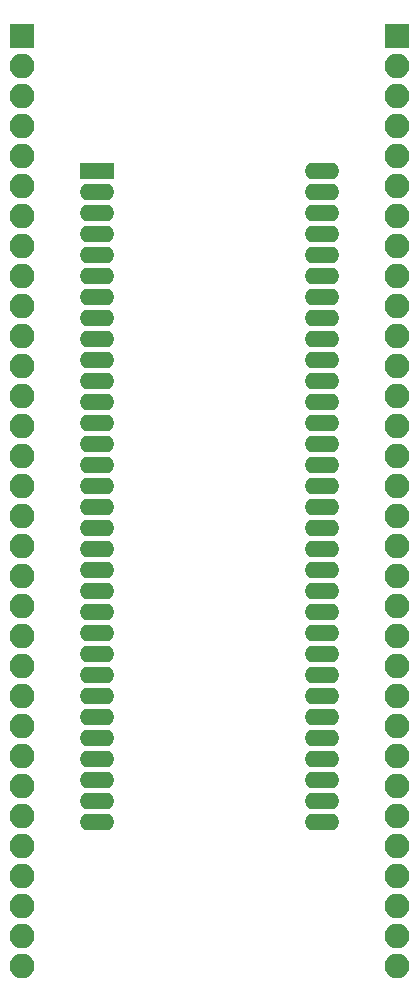
<source format=gts>
G04 #@! TF.GenerationSoftware,KiCad,Pcbnew,(6.0.9)*
G04 #@! TF.CreationDate,2022-12-02T20:28:39-05:00*
G04 #@! TF.ProjectId,DIP 68 1.778mm adaptor,44495020-3638-4203-912e-3737386d6d20,rev?*
G04 #@! TF.SameCoordinates,Original*
G04 #@! TF.FileFunction,Soldermask,Top*
G04 #@! TF.FilePolarity,Negative*
%FSLAX46Y46*%
G04 Gerber Fmt 4.6, Leading zero omitted, Abs format (unit mm)*
G04 Created by KiCad (PCBNEW (6.0.9)) date 2022-12-02 20:28:39*
%MOMM*%
%LPD*%
G01*
G04 APERTURE LIST*
G04 Aperture macros list*
%AMRoundRect*
0 Rectangle with rounded corners*
0 $1 Rounding radius*
0 $2 $3 $4 $5 $6 $7 $8 $9 X,Y pos of 4 corners*
0 Add a 4 corners polygon primitive as box body*
4,1,4,$2,$3,$4,$5,$6,$7,$8,$9,$2,$3,0*
0 Add four circle primitives for the rounded corners*
1,1,$1+$1,$2,$3*
1,1,$1+$1,$4,$5*
1,1,$1+$1,$6,$7*
1,1,$1+$1,$8,$9*
0 Add four rect primitives between the rounded corners*
20,1,$1+$1,$2,$3,$4,$5,0*
20,1,$1+$1,$4,$5,$6,$7,0*
20,1,$1+$1,$6,$7,$8,$9,0*
20,1,$1+$1,$8,$9,$2,$3,0*%
G04 Aperture macros list end*
%ADD10RoundRect,0.200000X-1.270000X-0.508000X1.270000X-0.508000X1.270000X0.508000X-1.270000X0.508000X0*%
%ADD11O,2.940000X1.416000*%
%ADD12RoundRect,0.200000X-0.850000X-0.850000X0.850000X-0.850000X0.850000X0.850000X-0.850000X0.850000X0*%
%ADD13O,2.100000X2.100000*%
G04 APERTURE END LIST*
D10*
X118110000Y-57150000D03*
D11*
X118110000Y-58928000D03*
X118110000Y-60706000D03*
X118110000Y-62484000D03*
X118110000Y-64262000D03*
X118110000Y-66040000D03*
X118110000Y-67818000D03*
X118110000Y-69596000D03*
X118110000Y-71374000D03*
X118110000Y-73152000D03*
X118110000Y-74930000D03*
X118110000Y-76708000D03*
X118110000Y-78486000D03*
X118110000Y-80264000D03*
X118110000Y-82042000D03*
X118110000Y-83820000D03*
X118110000Y-85598000D03*
X118110000Y-87376000D03*
X118110000Y-89154000D03*
X118110000Y-90932000D03*
X118110000Y-92710000D03*
X118110000Y-94488000D03*
X118110000Y-96266000D03*
X118110000Y-98044000D03*
X118110000Y-99822000D03*
X118110000Y-101600000D03*
X118110000Y-103378000D03*
X118110000Y-105156000D03*
X118110000Y-106934000D03*
X118110000Y-108712000D03*
X118110000Y-110490000D03*
X118110000Y-112268000D03*
X137160000Y-112268000D03*
X137160000Y-110490000D03*
X137160000Y-108712000D03*
X137160000Y-106934000D03*
X137160000Y-105156000D03*
X137160000Y-103378000D03*
X137160000Y-101600000D03*
X137160000Y-99822000D03*
X137160000Y-98044000D03*
X137160000Y-96266000D03*
X137160000Y-94488000D03*
X137160000Y-92710000D03*
X137160000Y-90932000D03*
X137160000Y-89154000D03*
X137160000Y-87376000D03*
X137160000Y-85598000D03*
X137160000Y-83820000D03*
X137160000Y-82042000D03*
X137160000Y-80264000D03*
X137160000Y-78486000D03*
X137160000Y-76708000D03*
X137160000Y-74930000D03*
X137160000Y-73152000D03*
X137160000Y-71374000D03*
X137160000Y-69596000D03*
X137160000Y-67818000D03*
X137160000Y-66040000D03*
X137160000Y-64262000D03*
X137160000Y-62484000D03*
X137160000Y-60706000D03*
X137160000Y-58928000D03*
X137160000Y-57150000D03*
D12*
X143510000Y-45720000D03*
D13*
X143510000Y-48260000D03*
X143510000Y-50800000D03*
X143510000Y-53340000D03*
X143510000Y-55880000D03*
X143510000Y-58420000D03*
X143510000Y-60960000D03*
X143510000Y-63500000D03*
X143510000Y-66040000D03*
X143510000Y-68580000D03*
X143510000Y-71120000D03*
X143510000Y-73660000D03*
X143510000Y-76200000D03*
X143510000Y-78740000D03*
X143510000Y-81280000D03*
X143510000Y-83820000D03*
X143510000Y-86360000D03*
X143510000Y-88900000D03*
X143510000Y-91440000D03*
X143510000Y-93980000D03*
X143510000Y-96520000D03*
X143510000Y-99060000D03*
X143510000Y-101600000D03*
X143510000Y-104140000D03*
X143510000Y-106680000D03*
X143510000Y-109220000D03*
X143510000Y-111760000D03*
X143510000Y-114300000D03*
X143510000Y-116840000D03*
X143510000Y-119380000D03*
X143510000Y-121920000D03*
X143510000Y-124460000D03*
D12*
X111760000Y-45720000D03*
D13*
X111760000Y-48260000D03*
X111760000Y-50800000D03*
X111760000Y-53340000D03*
X111760000Y-55880000D03*
X111760000Y-58420000D03*
X111760000Y-60960000D03*
X111760000Y-63500000D03*
X111760000Y-66040000D03*
X111760000Y-68580000D03*
X111760000Y-71120000D03*
X111760000Y-73660000D03*
X111760000Y-76200000D03*
X111760000Y-78740000D03*
X111760000Y-81280000D03*
X111760000Y-83820000D03*
X111760000Y-86360000D03*
X111760000Y-88900000D03*
X111760000Y-91440000D03*
X111760000Y-93980000D03*
X111760000Y-96520000D03*
X111760000Y-99060000D03*
X111760000Y-101600000D03*
X111760000Y-104140000D03*
X111760000Y-106680000D03*
X111760000Y-109220000D03*
X111760000Y-111760000D03*
X111760000Y-114300000D03*
X111760000Y-116840000D03*
X111760000Y-119380000D03*
X111760000Y-121920000D03*
X111760000Y-124460000D03*
M02*

</source>
